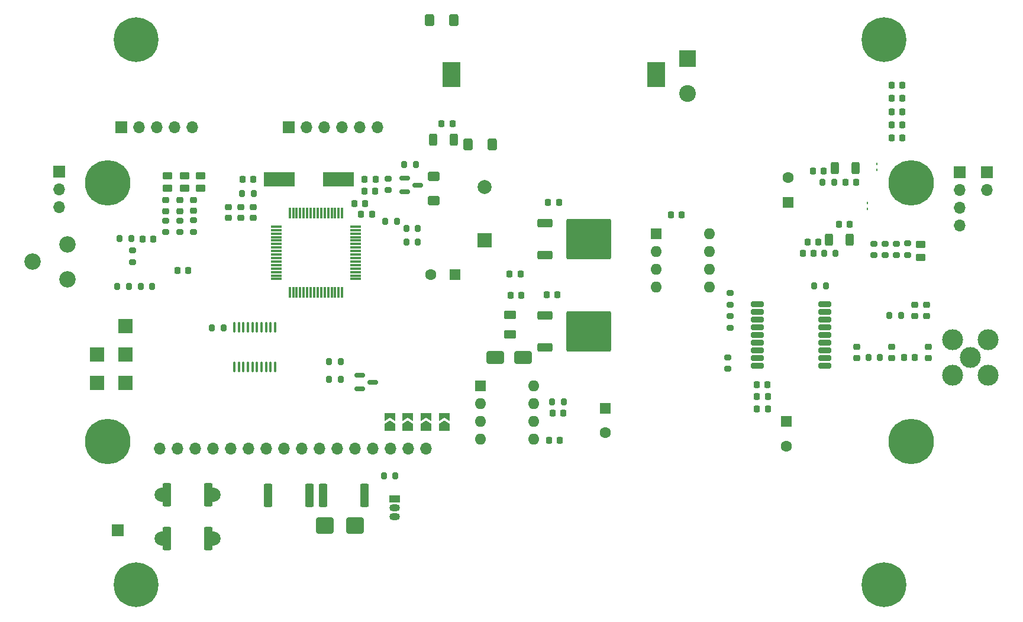
<source format=gbr>
%TF.GenerationSoftware,KiCad,Pcbnew,7.0.0-1.fc37*%
%TF.CreationDate,2023-10-17T19:49:34+02:00*%
%TF.ProjectId,boardConsolePCB,626f6172-6443-46f6-9e73-6f6c65504342,rev?*%
%TF.SameCoordinates,Original*%
%TF.FileFunction,Soldermask,Top*%
%TF.FilePolarity,Negative*%
%FSLAX46Y46*%
G04 Gerber Fmt 4.6, Leading zero omitted, Abs format (unit mm)*
G04 Created by KiCad (PCBNEW 7.0.0-1.fc37) date 2023-10-17 19:49:34*
%MOMM*%
%LPD*%
G01*
G04 APERTURE LIST*
G04 Aperture macros list*
%AMRoundRect*
0 Rectangle with rounded corners*
0 $1 Rounding radius*
0 $2 $3 $4 $5 $6 $7 $8 $9 X,Y pos of 4 corners*
0 Add a 4 corners polygon primitive as box body*
4,1,4,$2,$3,$4,$5,$6,$7,$8,$9,$2,$3,0*
0 Add four circle primitives for the rounded corners*
1,1,$1+$1,$2,$3*
1,1,$1+$1,$4,$5*
1,1,$1+$1,$6,$7*
1,1,$1+$1,$8,$9*
0 Add four rect primitives between the rounded corners*
20,1,$1+$1,$2,$3,$4,$5,0*
20,1,$1+$1,$4,$5,$6,$7,0*
20,1,$1+$1,$6,$7,$8,$9,0*
20,1,$1+$1,$8,$9,$2,$3,0*%
%AMFreePoly0*
4,1,6,1.000000,0.000000,0.500000,-0.750000,-0.500000,-0.750000,-0.500000,0.750000,0.500000,0.750000,1.000000,0.000000,1.000000,0.000000,$1*%
%AMFreePoly1*
4,1,6,0.500000,-0.750000,-0.650000,-0.750000,-0.150000,0.000000,-0.650000,0.750000,0.500000,0.750000,0.500000,-0.750000,0.500000,-0.750000,$1*%
G04 Aperture macros list end*
%ADD10RoundRect,0.225000X-0.225000X-0.250000X0.225000X-0.250000X0.225000X0.250000X-0.225000X0.250000X0*%
%ADD11RoundRect,0.200000X0.200000X0.275000X-0.200000X0.275000X-0.200000X-0.275000X0.200000X-0.275000X0*%
%ADD12RoundRect,0.225000X0.225000X0.250000X-0.225000X0.250000X-0.225000X-0.250000X0.225000X-0.250000X0*%
%ADD13RoundRect,0.200000X-0.200000X-0.275000X0.200000X-0.275000X0.200000X0.275000X-0.200000X0.275000X0*%
%ADD14R,1.600000X1.600000*%
%ADD15C,1.600000*%
%ADD16R,2.400000X2.400000*%
%ADD17C,2.400000*%
%ADD18RoundRect,0.218750X-0.218750X-0.256250X0.218750X-0.256250X0.218750X0.256250X-0.218750X0.256250X0*%
%ADD19RoundRect,0.200000X0.275000X-0.200000X0.275000X0.200000X-0.275000X0.200000X-0.275000X-0.200000X0*%
%ADD20RoundRect,0.225000X-0.250000X0.225000X-0.250000X-0.225000X0.250000X-0.225000X0.250000X0.225000X0*%
%ADD21RoundRect,0.250000X-0.312500X-0.625000X0.312500X-0.625000X0.312500X0.625000X-0.312500X0.625000X0*%
%ADD22R,2.600000X3.600000*%
%ADD23C,2.000000*%
%ADD24RoundRect,0.250000X-0.850000X-0.350000X0.850000X-0.350000X0.850000X0.350000X-0.850000X0.350000X0*%
%ADD25RoundRect,0.249997X-2.950003X-2.650003X2.950003X-2.650003X2.950003X2.650003X-2.950003X2.650003X0*%
%ADD26FreePoly0,90.000000*%
%ADD27FreePoly1,90.000000*%
%ADD28RoundRect,0.218750X0.218750X0.256250X-0.218750X0.256250X-0.218750X-0.256250X0.218750X-0.256250X0*%
%ADD29R,1.700000X1.700000*%
%ADD30O,1.700000X1.700000*%
%ADD31RoundRect,0.250000X-0.362500X-1.425000X0.362500X-1.425000X0.362500X1.425000X-0.362500X1.425000X0*%
%ADD32R,2.000000X2.000000*%
%ADD33RoundRect,0.225000X0.250000X-0.225000X0.250000X0.225000X-0.250000X0.225000X-0.250000X-0.225000X0*%
%ADD34RoundRect,0.200000X-0.275000X0.200000X-0.275000X-0.200000X0.275000X-0.200000X0.275000X0.200000X0*%
%ADD35O,1.600000X1.600000*%
%ADD36RoundRect,0.250000X0.625000X-0.375000X0.625000X0.375000X-0.625000X0.375000X-0.625000X-0.375000X0*%
%ADD37RoundRect,0.100000X-0.100000X0.637500X-0.100000X-0.637500X0.100000X-0.637500X0.100000X0.637500X0*%
%ADD38RoundRect,0.250000X0.450000X-0.262500X0.450000X0.262500X-0.450000X0.262500X-0.450000X-0.262500X0*%
%ADD39C,6.400000*%
%ADD40RoundRect,0.250000X0.600000X-0.400000X0.600000X0.400000X-0.600000X0.400000X-0.600000X-0.400000X0*%
%ADD41C,3.000000*%
%ADD42RoundRect,0.062500X0.062500X-0.117500X0.062500X0.117500X-0.062500X0.117500X-0.062500X-0.117500X0*%
%ADD43C,6.500000*%
%ADD44RoundRect,0.250000X0.312500X0.625000X-0.312500X0.625000X-0.312500X-0.625000X0.312500X-0.625000X0*%
%ADD45RoundRect,0.075000X-0.075000X0.700000X-0.075000X-0.700000X0.075000X-0.700000X0.075000X0.700000X0*%
%ADD46RoundRect,0.075000X-0.700000X0.075000X-0.700000X-0.075000X0.700000X-0.075000X0.700000X0.075000X0*%
%ADD47R,1.500000X1.050000*%
%ADD48O,1.500000X1.050000*%
%ADD49RoundRect,0.250000X-0.400000X-0.600000X0.400000X-0.600000X0.400000X0.600000X-0.400000X0.600000X0*%
%ADD50RoundRect,0.150000X-0.587500X-0.150000X0.587500X-0.150000X0.587500X0.150000X-0.587500X0.150000X0*%
%ADD51RoundRect,0.062500X-0.062500X0.117500X-0.062500X-0.117500X0.062500X-0.117500X0.062500X0.117500X0*%
%ADD52RoundRect,0.250000X0.400000X0.600000X-0.400000X0.600000X-0.400000X-0.600000X0.400000X-0.600000X0*%
%ADD53RoundRect,0.250000X-1.000000X-0.900000X1.000000X-0.900000X1.000000X0.900000X-1.000000X0.900000X0*%
%ADD54RoundRect,0.250000X-1.000000X-0.650000X1.000000X-0.650000X1.000000X0.650000X-1.000000X0.650000X0*%
%ADD55RoundRect,0.200000X-0.700000X-0.200000X0.700000X-0.200000X0.700000X0.200000X-0.700000X0.200000X0*%
%ADD56C,2.340000*%
%ADD57R,4.500000X2.000000*%
G04 APERTURE END LIST*
D10*
%TO.C,C11*%
X110450000Y-97000000D03*
X112000000Y-97000000D03*
%TD*%
D11*
%TO.C,R41*%
X204600000Y-94600000D03*
X202950000Y-94600000D03*
%TD*%
%TO.C,R36*%
X204400000Y-84400000D03*
X202750000Y-84400000D03*
%TD*%
D12*
%TO.C,C29*%
X201475000Y-94600000D03*
X199925000Y-94600000D03*
%TD*%
D13*
%TO.C,R35*%
X140175000Y-90000000D03*
X141825000Y-90000000D03*
%TD*%
D14*
%TO.C,C28*%
X171649999Y-116749999D03*
D15*
X171650000Y-120250000D03*
%TD*%
D14*
%TO.C,C10*%
X197849999Y-87249999D03*
D15*
X197850000Y-83750000D03*
%TD*%
D16*
%TO.C,C31*%
X183399999Y-66699999D03*
D17*
X183400000Y-71700000D03*
%TD*%
D14*
%TO.C,C24*%
X197549999Y-118649999D03*
D15*
X197550000Y-122150000D03*
%TD*%
D14*
%TO.C,C18*%
X150149999Y-97649999D03*
D15*
X146650000Y-97650000D03*
%TD*%
D18*
%TO.C,D1*%
X212600000Y-78100000D03*
X214175000Y-78100000D03*
%TD*%
D19*
%TO.C,R27*%
X110750000Y-91562500D03*
X110750000Y-89912500D03*
%TD*%
D20*
%TO.C,L1*%
X217900000Y-107975000D03*
X217900000Y-109525000D03*
%TD*%
D13*
%TO.C,R33*%
X115375000Y-105200000D03*
X117025000Y-105200000D03*
%TD*%
%TO.C,R39*%
X132150000Y-110090000D03*
X133800000Y-110090000D03*
%TD*%
D19*
%TO.C,R37*%
X140600000Y-85525000D03*
X140600000Y-83875000D03*
%TD*%
D12*
%TO.C,C9*%
X138750000Y-85700000D03*
X137200000Y-85700000D03*
%TD*%
D13*
%TO.C,R40*%
X132150000Y-112600000D03*
X133800000Y-112600000D03*
%TD*%
D12*
%TO.C,C40*%
X207550000Y-84400000D03*
X206000000Y-84400000D03*
%TD*%
D18*
%TO.C,D6*%
X212600000Y-76200000D03*
X214175000Y-76200000D03*
%TD*%
%TO.C,D4*%
X212600000Y-70500000D03*
X214175000Y-70500000D03*
%TD*%
D21*
%TO.C,R15*%
X204512500Y-82400000D03*
X207437500Y-82400000D03*
%TD*%
D22*
%TO.C,BT1*%
X149649999Y-68999999D03*
X178949999Y-68999999D03*
%TD*%
D23*
%TO.C,C2*%
X108150000Y-129100000D03*
X115650000Y-129100000D03*
%TD*%
D24*
%TO.C,U6*%
X163025000Y-90245000D03*
D25*
X169325000Y-92525000D03*
D24*
X163025000Y-94805000D03*
%TD*%
D10*
%TO.C,C32*%
X105450000Y-92500000D03*
X107000000Y-92500000D03*
%TD*%
D13*
%TO.C,R24*%
X102175000Y-92490000D03*
X103825000Y-92490000D03*
%TD*%
D11*
%TO.C,R13*%
X144825000Y-91000000D03*
X143175000Y-91000000D03*
%TD*%
D26*
%TO.C,JP4*%
X140800000Y-119425000D03*
D27*
X140800000Y-117975000D03*
%TD*%
D28*
%TO.C,F3*%
X202150000Y-93000000D03*
X200575000Y-93000000D03*
%TD*%
D29*
%TO.C,J5*%
X226299999Y-82959999D03*
D30*
X226299999Y-85499999D03*
%TD*%
D31*
%TO.C,R16*%
X108937500Y-135400000D03*
X114862500Y-135400000D03*
%TD*%
D32*
%TO.C,TP3*%
X98899999Y-113099999D03*
%TD*%
D10*
%TO.C,C5*%
X148225000Y-76000000D03*
X149775000Y-76000000D03*
%TD*%
D33*
%TO.C,C7*%
X207650000Y-109525000D03*
X207650000Y-107975000D03*
%TD*%
D34*
%TO.C,R14*%
X213300000Y-93200000D03*
X213300000Y-94850000D03*
%TD*%
D10*
%TO.C,C25*%
X214400000Y-109500000D03*
X215950000Y-109500000D03*
%TD*%
D14*
%TO.C,U9*%
X178899999Y-91799999D03*
D35*
X178899999Y-94339999D03*
X178899999Y-96879999D03*
X178899999Y-99419999D03*
X186519999Y-99419999D03*
X186519999Y-96879999D03*
X186519999Y-94339999D03*
X186519999Y-91799999D03*
%TD*%
D36*
%TO.C,F1*%
X158000000Y-106200000D03*
X158000000Y-103400000D03*
%TD*%
D20*
%TO.C,C36*%
X121250000Y-87975000D03*
X121250000Y-89525000D03*
%TD*%
D37*
%TO.C,U8*%
X124425000Y-105137500D03*
X123775000Y-105137500D03*
X123125000Y-105137500D03*
X122475000Y-105137500D03*
X121825000Y-105137500D03*
X121175000Y-105137500D03*
X120525000Y-105137500D03*
X119875000Y-105137500D03*
X119225000Y-105137500D03*
X118575000Y-105137500D03*
X118575000Y-110862500D03*
X119225000Y-110862500D03*
X119875000Y-110862500D03*
X120525000Y-110862500D03*
X121175000Y-110862500D03*
X121825000Y-110862500D03*
X122475000Y-110862500D03*
X123125000Y-110862500D03*
X123775000Y-110862500D03*
X124425000Y-110862500D03*
%TD*%
D38*
%TO.C,R29*%
X109000000Y-85300000D03*
X109000000Y-83475000D03*
%TD*%
D33*
%TO.C,C21*%
X112750000Y-88472500D03*
X112750000Y-86922500D03*
%TD*%
D10*
%TO.C,C16*%
X158125000Y-100600000D03*
X159675000Y-100600000D03*
%TD*%
D33*
%TO.C,C27*%
X217650000Y-103525000D03*
X217650000Y-101975000D03*
%TD*%
D10*
%TO.C,C34*%
X193350000Y-116850000D03*
X194900000Y-116850000D03*
%TD*%
D31*
%TO.C,R3*%
X123437500Y-129200000D03*
X129362500Y-129200000D03*
%TD*%
D14*
%TO.C,U1*%
X153799999Y-113499999D03*
D35*
X153799999Y-116039999D03*
X153799999Y-118579999D03*
X153799999Y-121119999D03*
X161419999Y-121119999D03*
X161419999Y-118579999D03*
X161419999Y-116039999D03*
X161419999Y-113499999D03*
%TD*%
D18*
%TO.C,F2*%
X201350000Y-82800000D03*
X202925000Y-82800000D03*
%TD*%
D13*
%TO.C,R22*%
X101850000Y-99325000D03*
X103500000Y-99325000D03*
%TD*%
D29*
%TO.C,J3*%
X102419999Y-76499999D03*
D30*
X104959999Y-76499999D03*
X107499999Y-76499999D03*
X110039999Y-76499999D03*
X112579999Y-76499999D03*
%TD*%
D12*
%TO.C,C39*%
X206637500Y-90400000D03*
X205087500Y-90400000D03*
%TD*%
D39*
%TO.C,H4*%
X211500000Y-142000000D03*
%TD*%
D38*
%TO.C,R30*%
X111500000Y-85300000D03*
X111500000Y-83475000D03*
%TD*%
D40*
%TO.C,D13*%
X147100000Y-87050000D03*
X147100000Y-83550000D03*
%TD*%
D26*
%TO.C,JP2*%
X143400000Y-119425000D03*
D27*
X143400000Y-117975000D03*
%TD*%
D34*
%TO.C,R32*%
X214900000Y-93175000D03*
X214900000Y-94825000D03*
%TD*%
D10*
%TO.C,C4*%
X164100000Y-117400000D03*
X165650000Y-117400000D03*
%TD*%
D24*
%TO.C,U2*%
X163000000Y-103500000D03*
D25*
X169300000Y-105780000D03*
D24*
X163000000Y-108060000D03*
%TD*%
D18*
%TO.C,D8*%
X212600000Y-74300000D03*
X214175000Y-74300000D03*
%TD*%
D31*
%TO.C,R34*%
X131237500Y-129200000D03*
X137162500Y-129200000D03*
%TD*%
D11*
%TO.C,R12*%
X144825000Y-93000000D03*
X143175000Y-93000000D03*
%TD*%
D29*
%TO.C,J6*%
X222399999Y-82959999D03*
D30*
X222399999Y-85499999D03*
X222399999Y-88039999D03*
X222399999Y-90579999D03*
%TD*%
D13*
%TO.C,R2*%
X139975000Y-126400000D03*
X141625000Y-126400000D03*
%TD*%
D31*
%TO.C,R17*%
X108937500Y-129100000D03*
X114862500Y-129100000D03*
%TD*%
D41*
%TO.C,J2*%
X223910000Y-109500000D03*
X221370000Y-106960000D03*
X221370000Y-112040000D03*
X226450000Y-106960000D03*
X226450000Y-112040000D03*
%TD*%
D42*
%TO.C,D10*%
X210500000Y-81780000D03*
X210500000Y-82620000D03*
%TD*%
D43*
%TO.C,U7*%
X100420000Y-84500000D03*
X100420000Y-121500000D03*
X215420000Y-84500000D03*
X215420000Y-121500000D03*
D30*
X145999999Y-122499999D03*
X143459999Y-122499999D03*
X140919999Y-122499999D03*
X138379999Y-122499999D03*
X135839999Y-122499999D03*
X133299999Y-122499999D03*
X130759999Y-122499999D03*
X128219999Y-122499999D03*
X125679999Y-122499999D03*
X123139999Y-122499999D03*
X120599999Y-122499999D03*
X118059999Y-122499999D03*
X115519999Y-122499999D03*
X112979999Y-122499999D03*
X110439999Y-122499999D03*
X107899999Y-122499999D03*
%TD*%
D29*
%TO.C,J4*%
X126379999Y-76499999D03*
D30*
X128919999Y-76499999D03*
X131459999Y-76499999D03*
X133999999Y-76499999D03*
X136539999Y-76499999D03*
X139079999Y-76499999D03*
%TD*%
D32*
%TO.C,LS1*%
X154399999Y-92699999D03*
D23*
X154400000Y-85100000D03*
%TD*%
D39*
%TO.C,H3*%
X104500000Y-142000000D03*
%TD*%
D33*
%TO.C,C20*%
X110760000Y-88542500D03*
X110760000Y-86992500D03*
%TD*%
D44*
%TO.C,R7*%
X149962500Y-78300000D03*
X147037500Y-78300000D03*
%TD*%
D10*
%TO.C,C14*%
X135725000Y-87500000D03*
X137275000Y-87500000D03*
%TD*%
D32*
%TO.C,TP7*%
X102999999Y-104999999D03*
%TD*%
D45*
%TO.C,U3*%
X134000000Y-88825000D03*
X133500000Y-88825000D03*
X133000000Y-88825000D03*
X132500000Y-88825000D03*
X132000000Y-88825000D03*
X131500000Y-88825000D03*
X131000000Y-88825000D03*
X130500000Y-88825000D03*
X130000000Y-88825000D03*
X129500000Y-88825000D03*
X129000000Y-88825000D03*
X128500000Y-88825000D03*
X128000000Y-88825000D03*
X127500000Y-88825000D03*
X127000000Y-88825000D03*
X126500000Y-88825000D03*
D46*
X124575000Y-90750000D03*
X124575000Y-91250000D03*
X124575000Y-91750000D03*
X124575000Y-92250000D03*
X124575000Y-92750000D03*
X124575000Y-93250000D03*
X124575000Y-93750000D03*
X124575000Y-94250000D03*
X124575000Y-94750000D03*
X124575000Y-95250000D03*
X124575000Y-95750000D03*
X124575000Y-96250000D03*
X124575000Y-96750000D03*
X124575000Y-97250000D03*
X124575000Y-97750000D03*
X124575000Y-98250000D03*
D45*
X126500000Y-100175000D03*
X127000000Y-100175000D03*
X127500000Y-100175000D03*
X128000000Y-100175000D03*
X128500000Y-100175000D03*
X129000000Y-100175000D03*
X129500000Y-100175000D03*
X130000000Y-100175000D03*
X130500000Y-100175000D03*
X131000000Y-100175000D03*
X131500000Y-100175000D03*
X132000000Y-100175000D03*
X132500000Y-100175000D03*
X133000000Y-100175000D03*
X133500000Y-100175000D03*
X134000000Y-100175000D03*
D46*
X135925000Y-98250000D03*
X135925000Y-97750000D03*
X135925000Y-97250000D03*
X135925000Y-96750000D03*
X135925000Y-96250000D03*
X135925000Y-95750000D03*
X135925000Y-95250000D03*
X135925000Y-94750000D03*
X135925000Y-94250000D03*
X135925000Y-93750000D03*
X135925000Y-93250000D03*
X135925000Y-92750000D03*
X135925000Y-92250000D03*
X135925000Y-91750000D03*
X135925000Y-91250000D03*
X135925000Y-90750000D03*
%TD*%
D12*
%TO.C,C17*%
X164800000Y-100500000D03*
X163250000Y-100500000D03*
%TD*%
D33*
%TO.C,C26*%
X215900000Y-103525000D03*
X215900000Y-101975000D03*
%TD*%
D20*
%TO.C,C35*%
X119500000Y-87950000D03*
X119500000Y-89500000D03*
%TD*%
D39*
%TO.C,H2*%
X211500000Y-64000000D03*
%TD*%
D47*
%TO.C,Q1*%
X141539999Y-129729999D03*
D48*
X141539999Y-130999999D03*
X141539999Y-132269999D03*
%TD*%
D29*
%TO.C,J1*%
X101899999Y-134199999D03*
%TD*%
D10*
%TO.C,C22*%
X157975000Y-97500000D03*
X159525000Y-97500000D03*
%TD*%
D13*
%TO.C,R23*%
X105175000Y-99325000D03*
X106825000Y-99325000D03*
%TD*%
D32*
%TO.C,TP8*%
X102999999Y-109049999D03*
%TD*%
D19*
%TO.C,R28*%
X112730000Y-91492500D03*
X112730000Y-89842500D03*
%TD*%
D49*
%TO.C,D5*%
X152000000Y-79000000D03*
X155500000Y-79000000D03*
%TD*%
D50*
%TO.C,Q2*%
X142962500Y-83850000D03*
X142962500Y-85750000D03*
X144837500Y-84800000D03*
%TD*%
D20*
%TO.C,C37*%
X117750000Y-87975000D03*
X117750000Y-89525000D03*
%TD*%
D10*
%TO.C,C1*%
X163625000Y-121300000D03*
X165175000Y-121300000D03*
%TD*%
D33*
%TO.C,C19*%
X108750000Y-88542500D03*
X108750000Y-86992500D03*
%TD*%
D32*
%TO.C,TP5*%
X98949999Y-109049999D03*
%TD*%
D13*
%TO.C,R8*%
X201575000Y-99200000D03*
X203225000Y-99200000D03*
%TD*%
D51*
%TO.C,D11*%
X209200000Y-88240000D03*
X209200000Y-87400000D03*
%TD*%
D39*
%TO.C,H1*%
X104500000Y-64000000D03*
%TD*%
D52*
%TO.C,D9*%
X150000000Y-61250000D03*
X146500000Y-61250000D03*
%TD*%
D32*
%TO.C,TP9*%
X102999999Y-113099999D03*
%TD*%
D18*
%TO.C,D3*%
X212600000Y-72400000D03*
X214175000Y-72400000D03*
%TD*%
D53*
%TO.C,D2*%
X131550000Y-133500000D03*
X135850000Y-133500000D03*
%TD*%
D34*
%TO.C,R11*%
X189200000Y-109475000D03*
X189200000Y-111125000D03*
%TD*%
D33*
%TO.C,C8*%
X212650000Y-109525000D03*
X212650000Y-107975000D03*
%TD*%
D38*
%TO.C,R31*%
X113750000Y-85300000D03*
X113750000Y-83475000D03*
%TD*%
D10*
%TO.C,C33*%
X193350000Y-115100000D03*
X194900000Y-115100000D03*
%TD*%
D13*
%TO.C,R10*%
X212325000Y-103500000D03*
X213975000Y-103500000D03*
%TD*%
D11*
%TO.C,R5*%
X165725000Y-115800000D03*
X164075000Y-115800000D03*
%TD*%
D54*
%TO.C,D7*%
X155900000Y-109500000D03*
X159900000Y-109500000D03*
%TD*%
D34*
%TO.C,R25*%
X104000000Y-94175000D03*
X104000000Y-95825000D03*
%TD*%
D21*
%TO.C,R18*%
X203700000Y-92600000D03*
X206625000Y-92600000D03*
%TD*%
D55*
%TO.C,U5*%
X193400000Y-101850000D03*
X193400000Y-102950000D03*
X193400000Y-104050000D03*
X193400000Y-105150000D03*
X193400000Y-106250000D03*
X193400000Y-107350000D03*
X193400000Y-108450000D03*
X193400000Y-109550000D03*
X193400000Y-110650000D03*
X203100000Y-110650000D03*
X203100000Y-109550000D03*
X203100000Y-108450000D03*
X203100000Y-107350000D03*
X203100000Y-106250000D03*
X203100000Y-105150000D03*
X203100000Y-104050000D03*
X203100000Y-102950000D03*
X203100000Y-101850000D03*
%TD*%
D19*
%TO.C,R20*%
X189500000Y-105200000D03*
X189500000Y-103550000D03*
%TD*%
D10*
%TO.C,C6*%
X193325000Y-113350000D03*
X194875000Y-113350000D03*
%TD*%
%TO.C,C38*%
X181025000Y-89100000D03*
X182575000Y-89100000D03*
%TD*%
D13*
%TO.C,R38*%
X142875000Y-81900000D03*
X144525000Y-81900000D03*
%TD*%
D26*
%TO.C,JP1*%
X146000000Y-119425000D03*
D27*
X146000000Y-117975000D03*
%TD*%
D19*
%TO.C,R4*%
X211700000Y-94850000D03*
X211700000Y-93200000D03*
%TD*%
D12*
%TO.C,C12*%
X138775000Y-84000000D03*
X137225000Y-84000000D03*
%TD*%
%TO.C,C23*%
X165025000Y-87250000D03*
X163475000Y-87250000D03*
%TD*%
D19*
%TO.C,R21*%
X189500000Y-101900000D03*
X189500000Y-100250000D03*
%TD*%
D10*
%TO.C,C13*%
X119725000Y-84000000D03*
X121275000Y-84000000D03*
%TD*%
D26*
%TO.C,JP3*%
X148600000Y-119425000D03*
D27*
X148600000Y-117975000D03*
%TD*%
D50*
%TO.C,Q3*%
X136487500Y-112050000D03*
X136487500Y-113950000D03*
X138362500Y-113000000D03*
%TD*%
D13*
%TO.C,R19*%
X119675000Y-86000000D03*
X121325000Y-86000000D03*
%TD*%
D56*
%TO.C,RV1*%
X94700000Y-98275000D03*
X89700000Y-95775000D03*
X94700000Y-93275000D03*
%TD*%
D23*
%TO.C,C3*%
X108150000Y-135400000D03*
X115650000Y-135400000D03*
%TD*%
D19*
%TO.C,R6*%
X210100000Y-94850000D03*
X210100000Y-93200000D03*
%TD*%
D57*
%TO.C,Y2*%
X133499999Y-83999999D03*
X124999999Y-83999999D03*
%TD*%
D10*
%TO.C,C15*%
X136725000Y-89000000D03*
X138275000Y-89000000D03*
%TD*%
D29*
%TO.C,J7*%
X93499999Y-82919999D03*
D30*
X93499999Y-85459999D03*
X93499999Y-87999999D03*
%TD*%
D13*
%TO.C,R9*%
X209325000Y-109500000D03*
X210975000Y-109500000D03*
%TD*%
D19*
%TO.C,R26*%
X108750000Y-91562500D03*
X108750000Y-89912500D03*
%TD*%
D38*
%TO.C,R1*%
X216800000Y-95137500D03*
X216800000Y-93312500D03*
%TD*%
M02*

</source>
